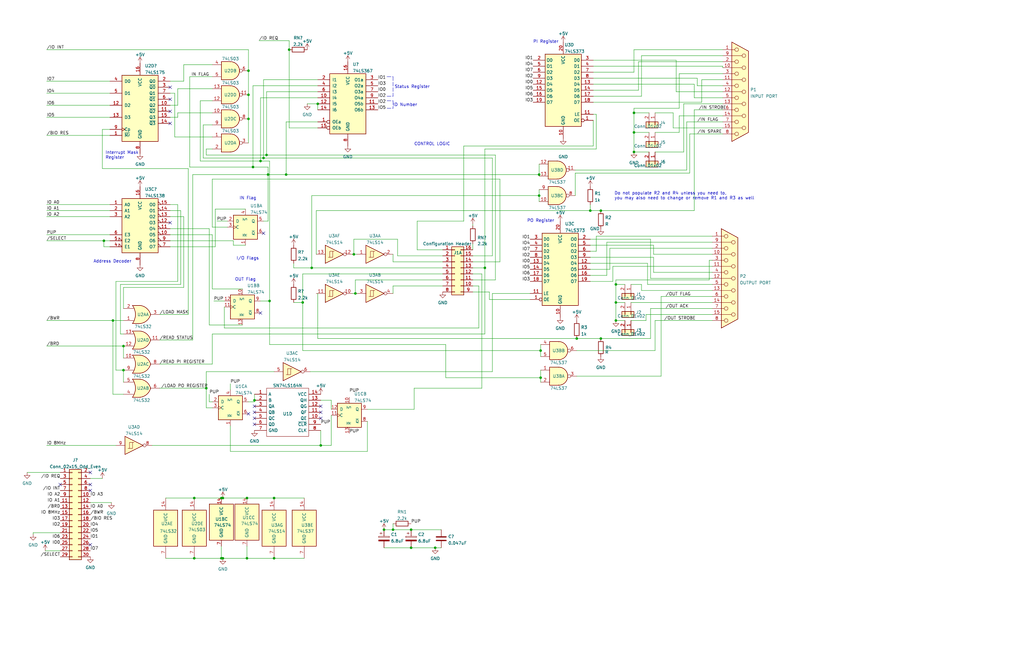
<source format=kicad_sch>
(kicad_sch (version 20211123) (generator eeschema)
  (paper "B")
  (junction (at 104.775 29.845))
  (junction (at 165.735 223.52))
  (junction (at 81.915 235.585))
  (junction (at 115.57 210.185))
  (junction (at 183.515 231.14))
  (junction (at 131.445 113.03))
  (junction (at 104.14 210.185))
  (junction (at 52.07 146.05))
  (junction (at 259.715 127.635))
  (junction (at 133.985 43.815))
  (junction (at 112.395 65.405))
  (junction (at 267.335 47.625))
  (junction (at 173.355 231.14))
  (junction (at 267.335 64.135))
  (junction (at 106.68 70.485))
  (junction (at 121.92 20.955))
  (junction (at 93.345 210.185))
  (junction (at 93.98 235.585))
  (junction (at 127.635 127.635))
  (junction (at 259.715 135.255))
  (junction (at 81.915 210.185))
  (junction (at 104.14 235.585))
  (junction (at 267.335 55.88))
  (junction (at 248.92 88.9))
  (junction (at 111.125 66.675))
  (junction (at 113.03 73.66))
  (junction (at 120.65 73.66))
  (junction (at 227.33 82.55))
  (junction (at 104.775 40.005))
  (junction (at 253.365 142.875))
  (junction (at 113.665 127))
  (junction (at 43.815 101.6))
  (junction (at 149.225 107.315))
  (junction (at 204.47 113.03))
  (junction (at 109.855 67.945))
  (junction (at 173.355 223.52))
  (junction (at 161.925 223.52))
  (junction (at 104.775 50.165))
  (junction (at 243.205 142.875))
  (junction (at 227.965 159.385))
  (junction (at 227.965 147.955))
  (junction (at 135.255 187.96))
  (junction (at 47.625 135.255))
  (junction (at 107.315 168.91))
  (junction (at 259.715 120.015))
  (junction (at 227.33 73.66))
  (junction (at 115.57 235.585))
  (junction (at 253.365 88.9))
  (junction (at 52.07 156.21))
  (junction (at 93.345 235.585))
  (junction (at 149.86 123.825))
  (junction (at 93.98 210.185))
  (junction (at 86.995 163.83))
  (no_connect (at 38.1 204.47))
  (no_connect (at 38.1 207.01))
  (no_connect (at 38.1 199.39))
  (no_connect (at 104.775 174.625))
  (no_connect (at 111.125 98.425))
  (no_connect (at 71.755 93.98))
  (no_connect (at 25.4 204.47))
  (no_connect (at 38.1 229.87))
  (no_connect (at 107.315 173.99))
  (no_connect (at 107.315 171.45))
  (no_connect (at 107.315 176.53))
  (no_connect (at 135.255 171.45))
  (no_connect (at 135.255 173.99))
  (no_connect (at 135.255 176.53))
  (no_connect (at 107.315 179.07))
  (no_connect (at 109.855 132.08))
  (no_connect (at 71.755 52.07))
  (no_connect (at 71.755 41.91))
  (no_connect (at 71.755 46.99))
  (no_connect (at 71.755 36.83))
  (wire (pts (xy 273.05 120.015) (xy 273.05 111.125)))
  (wire (pts (xy 102.235 137.16) (xy 88.265 137.16)))
  (wire (pts (xy 292.735 41.275) (xy 304.8 41.275)))
  (wire (pts (xy 290.83 56.515) (xy 304.8 56.515)))
  (wire (pts (xy 107.315 168.91) (xy 107.315 166.37)))
  (wire (pts (xy 106.68 36.195) (xy 133.985 36.195)))
  (wire (pts (xy 104.775 50.165) (xy 104.775 40.005)))
  (wire (pts (xy 89.535 52.705) (xy 85.725 52.705)))
  (wire (pts (xy 19.685 101.6) (xy 43.815 101.6)))
  (wire (pts (xy 300.355 117.475) (xy 274.32 117.475)))
  (wire (pts (xy 109.855 67.945) (xy 113.665 67.945)))
  (wire (pts (xy 259.715 135.255) (xy 259.715 127.635)))
  (wire (pts (xy 148.59 123.825) (xy 149.86 123.825)))
  (wire (pts (xy 69.85 210.185) (xy 81.915 210.185)))
  (wire (pts (xy 113.03 73.66) (xy 113.03 93.345)))
  (wire (pts (xy 104.775 40.005) (xy 104.775 29.845)))
  (wire (pts (xy 91.44 93.345) (xy 95.885 93.345)))
  (wire (pts (xy 208.915 65.405) (xy 208.915 118.11)))
  (wire (pts (xy 186.69 120.65) (xy 165.735 120.65)))
  (wire (pts (xy 43.18 71.12) (xy 43.18 54.61)))
  (wire (pts (xy 79.375 71.12) (xy 43.18 71.12)))
  (wire (pts (xy 84.455 42.545) (xy 84.455 67.945)))
  (wire (pts (xy 133.35 88.9) (xy 248.92 88.9)))
  (wire (pts (xy 187.96 145.415) (xy 187.96 159.385)))
  (wire (pts (xy 267.335 45.72) (xy 267.335 47.625)))
  (wire (pts (xy 270.51 120.015) (xy 266.065 120.015)))
  (wire (pts (xy 186.69 110.49) (xy 165.735 110.49)))
  (wire (pts (xy 275.59 114.935) (xy 275.59 108.585)))
  (wire (pts (xy 93.345 235.585) (xy 93.98 235.585)))
  (wire (pts (xy 50.8 140.97) (xy 52.07 140.97)))
  (wire (pts (xy 267.335 30.48) (xy 267.335 20.955)))
  (wire (pts (xy 161.925 223.52) (xy 165.735 223.52)))
  (polyline (pts (xy 163.195 32.385) (xy 165.735 32.385)))
  (wire (pts (xy 89.535 95.885) (xy 95.885 95.885)))
  (wire (pts (xy 258.445 112.395) (xy 258.445 118.745)))
  (wire (pts (xy 285.115 38.735) (xy 304.8 38.735)))
  (wire (pts (xy 278.765 158.75) (xy 278.765 125.095)))
  (wire (pts (xy 104.775 169.545) (xy 107.315 169.545)))
  (wire (pts (xy 300.355 112.395) (xy 258.445 112.395)))
  (wire (pts (xy 133.985 142.875) (xy 243.205 142.875)))
  (wire (pts (xy 111.125 66.675) (xy 85.725 66.675)))
  (polyline (pts (xy 165.735 32.385) (xy 165.735 40.64)))
  (wire (pts (xy 283.845 47.625) (xy 283.845 53.975)))
  (wire (pts (xy 149.86 123.825) (xy 150.495 123.825)))
  (wire (pts (xy 81.915 210.185) (xy 93.345 210.185)))
  (wire (pts (xy 71.755 44.45) (xy 74.93 44.45)))
  (wire (pts (xy 199.39 110.49) (xy 210.82 110.49)))
  (wire (pts (xy 257.175 113.665) (xy 248.92 113.665)))
  (wire (pts (xy 227.33 80.01) (xy 227.33 82.55)))
  (wire (pts (xy 295.91 43.18) (xy 295.91 33.655)))
  (wire (pts (xy 250.19 50.8) (xy 250.19 61.595)))
  (wire (pts (xy 86.995 156.845) (xy 86.995 163.83)))
  (wire (pts (xy 19.685 91.44) (xy 46.355 91.44)))
  (wire (pts (xy 267.335 55.88) (xy 267.335 64.135)))
  (wire (pts (xy 89.535 62.865) (xy 86.995 62.865)))
  (wire (pts (xy 85.725 66.675) (xy 85.725 52.705)))
  (wire (pts (xy 79.375 132.715) (xy 79.375 71.12)))
  (wire (pts (xy 149.86 118.11) (xy 149.86 123.825)))
  (wire (pts (xy 52.07 130.175) (xy 52.07 121.285)))
  (wire (pts (xy 174.625 172.72) (xy 154.94 172.72)))
  (wire (pts (xy 131.445 82.55) (xy 131.445 113.03)))
  (wire (pts (xy 80.01 32.385) (xy 80.01 70.485)))
  (wire (pts (xy 111.125 66.675) (xy 207.645 66.675)))
  (wire (pts (xy 276.225 47.625) (xy 283.845 47.625)))
  (wire (pts (xy 102.235 121.92) (xy 89.535 121.92)))
  (wire (pts (xy 77.47 27.305) (xy 89.535 27.305)))
  (wire (pts (xy 74.93 86.36) (xy 71.755 86.36)))
  (wire (pts (xy 154.94 177.8) (xy 154.94 190.5)))
  (wire (pts (xy 104.775 29.845) (xy 104.775 20.955)))
  (wire (pts (xy 43.18 201.93) (xy 38.1 201.93)))
  (wire (pts (xy 167.64 100.965) (xy 149.225 100.965)))
  (wire (pts (xy 135.255 187.96) (xy 139.7 187.96)))
  (wire (pts (xy 207.645 156.845) (xy 207.645 123.825)))
  (wire (pts (xy 43.815 101.6) (xy 43.815 104.14)))
  (wire (pts (xy 175.895 105.41) (xy 186.69 105.41)))
  (wire (pts (xy 90.17 127) (xy 94.615 127)))
  (wire (pts (xy 19.685 88.9) (xy 46.355 88.9)))
  (wire (pts (xy 93.98 235.585) (xy 104.14 235.585)))
  (wire (pts (xy 273.05 111.125) (xy 248.92 111.125)))
  (wire (pts (xy 251.46 106.045) (xy 248.92 106.045)))
  (wire (pts (xy 74.93 37.465) (xy 89.535 37.465)))
  (wire (pts (xy 272.415 132.715) (xy 272.415 135.255)))
  (wire (pts (xy 127.635 127.635) (xy 123.825 127.635)))
  (wire (pts (xy 154.94 190.5) (xy 97.155 190.5)))
  (wire (pts (xy 165.735 223.52) (xy 173.355 223.52)))
  (wire (pts (xy 76.2 120.015) (xy 76.2 88.9)))
  (wire (pts (xy 89.535 99.06) (xy 89.535 121.92)))
  (wire (pts (xy 86.995 163.83) (xy 86.995 172.085)))
  (wire (pts (xy 259.715 118.11) (xy 259.715 120.015)))
  (wire (pts (xy 64.135 187.96) (xy 135.255 187.96)))
  (wire (pts (xy 267.335 64.135) (xy 273.685 64.135)))
  (wire (pts (xy 251.46 48.26) (xy 251.46 62.865)))
  (wire (pts (xy 139.7 168.91) (xy 139.7 172.72)))
  (wire (pts (xy 270.51 122.555) (xy 270.51 120.015)))
  (wire (pts (xy 173.355 231.14) (xy 183.515 231.14)))
  (wire (pts (xy 204.47 140.97) (xy 89.535 140.97)))
  (wire (pts (xy 275.59 107.315) (xy 275.59 103.505)))
  (wire (pts (xy 300.355 109.855) (xy 299.085 109.855)))
  (wire (pts (xy 113.665 127) (xy 113.665 145.415)))
  (wire (pts (xy 186.69 115.57) (xy 127.635 115.57)))
  (polyline (pts (xy 163.195 42.545) (xy 165.735 42.545)))
  (wire (pts (xy 113.03 73.66) (xy 120.65 73.66)))
  (wire (pts (xy 267.335 47.625) (xy 267.335 55.88)))
  (wire (pts (xy 43.18 54.61) (xy 46.355 54.61)))
  (wire (pts (xy 208.915 118.11) (xy 199.39 118.11)))
  (wire (pts (xy 77.47 91.44) (xy 71.755 91.44)))
  (wire (pts (xy 103.505 103.505) (xy 98.425 103.505)))
  (wire (pts (xy 74.93 47.625) (xy 89.535 47.625)))
  (wire (pts (xy 133.985 123.825) (xy 133.985 142.875)))
  (wire (pts (xy 274.32 142.875) (xy 274.32 130.175)))
  (wire (pts (xy 250.19 27.94) (xy 304.8 27.94)))
  (wire (pts (xy 251.46 99.695) (xy 300.355 99.695)))
  (wire (pts (xy 207.645 66.675) (xy 207.645 107.95)))
  (wire (pts (xy 115.57 210.185) (xy 128.27 210.185)))
  (wire (pts (xy 86.995 65.405) (xy 112.395 65.405)))
  (wire (pts (xy 104.14 230.505) (xy 104.14 235.585)))
  (wire (pts (xy 203.2 115.57) (xy 203.2 163.83)))
  (wire (pts (xy 204.47 62.865) (xy 204.47 113.03)))
  (wire (pts (xy 115.57 156.845) (xy 86.995 156.845)))
  (wire (pts (xy 286.385 48.895) (xy 304.8 48.895)))
  (wire (pts (xy 300.355 114.935) (xy 275.59 114.935)))
  (wire (pts (xy 121.92 20.955) (xy 121.92 53.975)))
  (wire (pts (xy 109.22 17.145) (xy 121.92 17.145)))
  (wire (pts (xy 257.175 104.775) (xy 257.175 113.665)))
  (wire (pts (xy 127.635 147.955) (xy 227.965 147.955)))
  (wire (pts (xy 89.535 42.545) (xy 84.455 42.545)))
  (wire (pts (xy 300.355 122.555) (xy 270.51 122.555)))
  (wire (pts (xy 186.69 113.03) (xy 131.445 113.03)))
  (wire (pts (xy 19.685 34.29) (xy 46.355 34.29)))
  (wire (pts (xy 250.19 40.64) (xy 270.51 40.64)))
  (wire (pts (xy 104.14 235.585) (xy 115.57 235.585)))
  (wire (pts (xy 286.385 45.72) (xy 267.335 45.72)))
  (polyline (pts (xy 165.735 42.545) (xy 165.735 45.72)))
  (wire (pts (xy 71.755 104.14) (xy 90.805 104.14)))
  (wire (pts (xy 251.46 99.695) (xy 251.46 106.045)))
  (wire (pts (xy 19.685 86.36) (xy 46.355 86.36)))
  (wire (pts (xy 47.625 166.37) (xy 52.07 166.37)))
  (wire (pts (xy 113.665 67.945) (xy 113.665 127)))
  (wire (pts (xy 165.735 120.65) (xy 165.735 123.825)))
  (wire (pts (xy 250.19 48.26) (xy 251.46 48.26)))
  (wire (pts (xy 300.355 120.015) (xy 273.05 120.015)))
  (wire (pts (xy 109.855 41.275) (xy 109.855 67.945)))
  (wire (pts (xy 285.115 25.4) (xy 285.115 38.735)))
  (wire (pts (xy 19.685 187.96) (xy 48.895 187.96)))
  (wire (pts (xy 243.205 158.75) (xy 278.765 158.75)))
  (wire (pts (xy 269.24 26.035) (xy 304.8 26.035)))
  (wire (pts (xy 270.51 40.64) (xy 270.51 23.495)))
  (wire (pts (xy 94.615 129.54) (xy 94.615 138.43)))
  (wire (pts (xy 98.425 101.6) (xy 98.425 103.505)))
  (wire (pts (xy 69.85 235.585) (xy 81.915 235.585)))
  (wire (pts (xy 206.375 123.19) (xy 206.375 126.365)))
  (wire (pts (xy 210.82 75.565) (xy 89.535 75.565)))
  (wire (pts (xy 106.68 70.485) (xy 106.68 36.195)))
  (wire (pts (xy 50.8 120.015) (xy 76.2 120.015)))
  (wire (pts (xy 167.64 107.95) (xy 167.64 100.965)))
  (wire (pts (xy 67.31 132.715) (xy 79.375 132.715)))
  (wire (pts (xy 207.645 123.825) (xy 223.52 123.825)))
  (wire (pts (xy 71.755 96.52) (xy 88.265 96.52)))
  (wire (pts (xy 274.32 130.175) (xy 300.355 130.175)))
  (wire (pts (xy 199.39 113.03) (xy 204.47 113.03)))
  (wire (pts (xy 74.93 118.745) (xy 74.93 86.36)))
  (wire (pts (xy 129.54 43.815) (xy 133.985 43.815)))
  (wire (pts (xy 149.225 100.965) (xy 149.225 107.315)))
  (wire (pts (xy 199.39 94.615) (xy 199.39 95.25)))
  (wire (pts (xy 52.07 146.05) (xy 52.07 151.13)))
  (wire (pts (xy 133.985 43.815) (xy 133.985 46.355)))
  (wire (pts (xy 88.265 169.545) (xy 89.535 169.545)))
  (wire (pts (xy 93.345 210.185) (xy 93.98 210.185)))
  (wire (pts (xy 275.59 103.505) (xy 248.92 103.505)))
  (wire (pts (xy 195.58 61.595) (xy 195.58 93.345)))
  (wire (pts (xy 289.56 71.755) (xy 289.56 51.435)))
  (wire (pts (xy 131.445 82.55) (xy 227.33 82.55)))
  (wire (pts (xy 71.755 49.53) (xy 74.93 49.53)))
  (wire (pts (xy 299.085 118.11) (xy 259.715 118.11)))
  (wire (pts (xy 242.57 71.755) (xy 289.56 71.755)))
  (wire (pts (xy 276.225 64.135) (xy 288.29 64.135)))
  (wire (pts (xy 13.97 224.79) (xy 13.97 225.425)))
  (wire (pts (xy 109.855 127) (xy 113.665 127)))
  (wire (pts (xy 127.635 127.635) (xy 127.635 147.955)))
  (wire (pts (xy 286.385 55.88) (xy 286.385 48.895)))
  (wire (pts (xy 275.59 108.585) (xy 248.92 108.585)))
  (wire (pts (xy 19.685 39.37) (xy 46.355 39.37)))
  (wire (pts (xy 274.32 117.475) (xy 274.32 100.965)))
  (wire (pts (xy 52.07 156.21) (xy 52.07 161.29)))
  (wire (pts (xy 248.92 88.9) (xy 248.92 86.36)))
  (wire (pts (xy 266.065 127.635) (xy 300.355 127.635)))
  (wire (pts (xy 38.1 212.09) (xy 46.99 212.09)))
  (wire (pts (xy 207.645 107.95) (xy 199.39 107.95)))
  (wire (pts (xy 243.205 142.875) (xy 253.365 142.875)))
  (wire (pts (xy 67.31 163.83) (xy 86.995 163.83)))
  (wire (pts (xy 120.65 51.435) (xy 133.985 51.435)))
  (wire (pts (xy 88.265 137.16) (xy 88.265 96.52)))
  (wire (pts (xy 283.845 53.975) (xy 304.8 53.975)))
  (wire (pts (xy 112.395 38.735) (xy 133.985 38.735)))
  (wire (pts (xy 43.815 104.14) (xy 46.355 104.14)))
  (wire (pts (xy 47.625 135.255) (xy 52.07 135.255)))
  (wire (pts (xy 253.365 142.875) (xy 274.32 142.875)))
  (wire (pts (xy 113.03 93.345) (xy 111.125 93.345)))
  (wire (pts (xy 201.93 120.65) (xy 199.39 120.65)))
  (wire (pts (xy 43.815 101.6) (xy 46.355 101.6)))
  (wire (pts (xy 276.225 135.255) (xy 300.355 135.255)))
  (wire (pts (xy 187.96 159.385) (xy 227.965 159.385)))
  (wire (pts (xy 259.715 127.635) (xy 263.525 127.635)))
  (wire (pts (xy 104.775 60.325) (xy 104.775 50.165)))
  (wire (pts (xy 300.355 132.715) (xy 272.415 132.715)))
  (wire (pts (xy 165.735 220.98) (xy 165.735 223.52)))
  (wire (pts (xy 73.66 57.785) (xy 89.535 57.785)))
  (wire (pts (xy 48.895 118.745) (xy 74.93 118.745)))
  (wire (pts (xy 227.33 73.66) (xy 227.33 74.295)))
  (wire (pts (xy 94.615 138.43) (xy 201.93 138.43)))
  (wire (pts (xy 89.535 75.565) (xy 89.535 95.885)))
  (wire (pts (xy 269.24 38.1) (xy 269.24 26.035)))
  (wire (pts (xy 73.66 39.37) (xy 73.66 57.785)))
  (wire (pts (xy 139.7 175.26) (xy 139.7 187.96)))
  (wire (pts (xy 248.92 88.9) (xy 253.365 88.9)))
  (wire (pts (xy 93.345 230.505) (xy 93.345 235.585)))
  (wire (pts (xy 93.98 210.185) (xy 104.14 210.185)))
  (wire (pts (xy 19.685 135.255) (xy 47.625 135.255)))
  (wire (pts (xy 88.265 166.37) (xy 88.265 169.545)))
  (wire (pts (xy 19.05 232.41) (xy 25.4 232.41)))
  (wire (pts (xy 133.35 88.9) (xy 133.35 107.315)))
  (wire (pts (xy 195.58 93.345) (xy 175.895 93.345)))
  (wire (pts (xy 290.83 73.025) (xy 290.83 56.515)))
  (wire (pts (xy 288.29 43.815) (xy 304.8 43.815)))
  (wire (pts (xy 259.715 120.015) (xy 263.525 120.015)))
  (wire (pts (xy 255.905 116.205) (xy 248.92 116.205)))
  (wire (pts (xy 90.805 104.14) (xy 90.805 88.265)))
  (wire (pts (xy 199.39 115.57) (xy 203.2 115.57)))
  (wire (pts (xy 263.525 135.255) (xy 259.715 135.255)))
  (wire (pts (xy 89.535 32.385) (xy 80.01 32.385)))
  (wire (pts (xy 81.28 73.66) (xy 113.03 73.66)))
  (wire (pts (xy 299.085 109.855) (xy 299.085 118.11)))
  (wire (pts (xy 204.47 113.03) (xy 204.47 140.97)))
  (wire (pts (xy 71.755 39.37) (xy 73.66 39.37)))
  (wire (pts (xy 227.965 145.415) (xy 227.965 147.955)))
  (wire (pts (xy 19.685 20.955) (xy 104.775 20.955)))
  (wire (pts (xy 175.895 93.345) (xy 175.895 105.41)))
  (wire (pts (xy 267.335 55.88) (xy 273.685 55.88)))
  (wire (pts (xy 77.47 121.285) (xy 77.47 91.44)))
  (wire (pts (xy 206.375 126.365) (xy 223.52 126.365)))
  (wire (pts (xy 149.225 107.315) (xy 150.495 107.315)))
  (wire (pts (xy 250.19 25.4) (xy 285.115 25.4)))
  (wire (pts (xy 227.33 82.55) (xy 227.33 85.09)))
  (wire (pts (xy 289.56 51.435) (xy 304.8 51.435)))
  (wire (pts (xy 274.32 100.965) (xy 248.92 100.965)))
  (polyline (pts (xy 163.195 45.72) (xy 165.735 45.72)))
  (wire (pts (xy 183.515 231.14) (xy 186.055 231.14)))
  (wire (pts (xy 86.995 62.865) (xy 86.995 65.405)))
  (wire (pts (xy 113.665 145.415) (xy 187.96 145.415)))
  (wire (pts (xy 210.82 110.49) (xy 210.82 75.565)))
  (wire (pts (xy 127.635 115.57) (xy 127.635 127.635)))
  (wire (pts (xy 186.69 107.95) (xy 167.64 107.95)))
  (wire (pts (xy 300.355 104.775) (xy 257.175 104.775)))
  (wire (pts (xy 48.895 118.745) (xy 48.895 156.21)))
  (wire (pts (xy 11.43 199.39) (xy 25.4 199.39)))
  (wire (pts (xy 174.625 172.72) (xy 174.625 163.83)))
  (wire (pts (xy 250.19 38.1) (xy 269.24 38.1)))
  (wire (pts (xy 227.965 159.385) (xy 227.965 161.29)))
  (wire (pts (xy 258.445 118.745) (xy 248.92 118.745)))
  (wire (pts (xy 47.625 135.255) (xy 47.625 166.37)))
  (wire (pts (xy 123.825 113.03) (xy 123.825 111.125)))
  (wire (pts (xy 86.995 172.085) (xy 89.535 172.085)))
  (wire (pts (xy 77.47 34.29) (xy 77.47 27.305)))
  (wire (pts (xy 112.395 38.735) (xy 112.395 65.405)))
  (wire (pts (xy 243.205 147.955) (xy 276.225 147.955)))
  (wire (pts (xy 80.01 70.485) (xy 106.68 70.485)))
  (wire (pts (xy 292.735 46.355) (xy 292.735 88.9)))
  (wire (pts (xy 84.455 67.945) (xy 109.855 67.945)))
  (wire (pts (xy 201.93 138.43) (xy 201.93 120.65)))
  (wire (pts (xy 294.005 33.02) (xy 294.005 36.195)))
  (wire (pts (xy 76.2 88.9) (xy 71.755 88.9)))
  (wire (pts (xy 120.65 51.435) (xy 120.65 73.66)))
  (wire (pts (xy 295.91 33.655) (xy 304.8 33.655)))
  (wire (pts (xy 300.355 107.315) (xy 275.59 107.315)))
  (wire (pts (xy 292.735 35.56) (xy 292.735 41.275)))
  (wire (pts (xy 90.805 88.265) (xy 103.505 88.265)))
  (wire (pts (xy 131.445 113.03) (xy 123.825 113.03)))
  (wire (pts (xy 81.28 143.51) (xy 81.28 73.66)))
  (wire (pts (xy 89.535 153.67) (xy 67.31 153.67)))
  (wire (pts (xy 292.735 88.9) (xy 253.365 88.9)))
  (wire (pts (xy 109.855 41.275) (xy 133.985 41.275)))
  (wire (pts (xy 121.92 17.145) (xy 121.92 20.955)))
  (wire (pts (xy 97.155 161.925) (xy 97.155 164.465)))
  (wire (pts (xy 227.965 156.21) (xy 227.965 159.385)))
  (wire (pts (xy 165.735 110.49) (xy 165.735 107.315)))
  (wire (pts (xy 74.93 49.53) (xy 74.93 47.625)))
  (wire (pts (xy 294.005 36.195) (xy 304.8 36.195)))
  (wire (pts (xy 186.69 118.11) (xy 149.86 118.11)))
  (wire (pts (xy 251.46 62.865) (xy 204.47 62.865)))
  (wire (pts (xy 115.57 235.585) (xy 128.27 235.585)))
  (wire (pts (xy 19.685 99.06) (xy 46.355 99.06)))
  (wire (pts (xy 173.355 223.52) (xy 186.055 223.52)))
  (wire (pts (xy 255.905 102.235) (xy 255.905 116.205)))
  (wire (pts (xy 250.19 30.48) (xy 267.335 30.48)))
  (wire (pts (xy 242.57 73.025) (xy 290.83 73.025)))
  (wire (pts (xy 199.39 123.19) (xy 206.375 123.19)))
  (wire (pts (xy 267.335 20.955) (xy 304.8 20.955)))
  (wire (pts (xy 259.715 120.015) (xy 259.715 127.635)))
  (wire (pts (xy 89.535 140.97) (xy 89.535 153.67)))
  (wire (pts (xy 227.33 69.215) (xy 227.33 73.66)))
  (wire (pts (xy 272.415 135.255) (xy 266.065 135.255)))
  (wire (pts (xy 121.92 53.975) (xy 133.985 53.975)))
  (wire (pts (xy 304.8 46.355) (xy 292.735 46.355)))
  (wire (pts (xy 111.125 33.655) (xy 133.985 33.655)))
  (wire (pts (xy 242.57 82.55) (xy 242.57 73.025)))
  (wire (pts (xy 120.65 73.66) (xy 227.33 73.66)))
  (wire (pts (xy 71.755 34.29) (xy 77.47 34.29)))
  (wire (pts (xy 19.685 49.53) (xy 46.355 49.53)))
  (wire (pts (xy 278.765 125.095) (xy 300.355 125.095)))
  (wire (pts (xy 199.39 102.87) (xy 199.39 105.41)))
  (wire (pts (xy 286.385 31.115) (xy 286.385 45.72)))
  (wire (pts (xy 250.19 43.18) (xy 295.91 43.18)))
  (polyline (pts (xy 163.195 40.64) (xy 165.735 40.64)))
  (wire (pts (xy 111.125 33.655) (xy 111.125 66.675)))
  (wire (pts (xy 113.03 73.66) (xy 113.03 70.485)))
  (wire (pts (xy 104.14 210.185) (xy 115.57 210.185)))
  (wire (pts (xy 161.925 231.14) (xy 173.355 231.14)))
  (wire (pts (xy 48.895 156.21) (xy 52.07 156.21)))
  (wire (pts (xy 19.685 146.05) (xy 52.07 146.05)))
  (wire (pts (xy 227.965 147.955) (xy 227.965 150.495)))
  (wire (pts (xy 304.8 27.94) (xy 304.8 28.575)))
  (wire (pts (xy 25.4 224.79) (xy 13.97 224.79)))
  (wire (pts (xy 250.19 61.595) (xy 195.58 61.595)))
  (wire (pts (xy 52.07 121.285) (xy 77.47 121.285)))
  (wire (pts (xy 19.685 44.45) (xy 46.355 44.45)))
  (wire (pts (xy 71.755 101.6) (xy 98.425 101.6)))
  (wire (pts (xy 130.81 156.845) (xy 207.645 156.845)))
  (wire (pts (xy 71.755 99.06) (xy 89.535 99.06)))
  (wire (pts (xy 19.685 57.15) (xy 46.355 57.15)))
  (wire (pts (xy 276.225 147.955) (xy 276.225 135.255)))
  (wire (pts (xy 250.19 35.56) (xy 292.735 35.56)))
  (wire (pts (xy 270.51 23.495) (xy 304.8 23.495)))
  (wire (pts (xy 74.93 44.45) (xy 74.93 37.465)))
  (wire (pts (xy 286.385 31.115) (xy 304.8 31.115)))
  (wire (pts (xy 174.625 163.83) (xy 203.2 163.83)))
  (wire (pts (xy 67.31 143.51) (xy 81.28 143.51)))
  (wire (pts (xy 81.915 235.585) (xy 93.345 235.585)))
  (wire (pts (xy 148.59 107.315) (xy 149.225 107.315)))
  (wire (pts (xy 106.68 70.485) (xy 113.03 70.485)))
  (wire (pts (xy 276.225 55.88) (xy 286.385 55.88)))
  (wire (pts (xy 107.315 169.545) (xy 107.315 168.91)))
  (wire (pts (xy 273.685 47.625) (xy 267.335 47.625)))
  (wire (pts (xy 135.255 181.61) (xy 135.255 187.96)))
  (wire (pts (xy 112.395 65.405) (xy 208.915 65.405)))
  (wire (pts (xy 97.155 190.5) (xy 97.155 179.705)))
  (wire (pts (xy 50.8 120.015) (xy 50.8 140.97)))
  (wire (pts (xy 288.29 64.135) (xy 288.29 43.815)))
  (wire (pts (xy 135.255 168.91) (xy 139.7 168.91)))
  (wire (pts (xy 250.19 33.02) (xy 294.005 33.02)))
  (wire (pts (xy 300.355 102.235) (xy 255.905 102.235)))
  (text "Do not populate R2 and R4 unless you need to, \nyou may also need to change or remove R1 and R3 as well" (at 259.08 84.455 0) (effects (font (size 1.27 1.27)) (justify left bottom)))
  (text "I/O Flags" (at 99.695 109.855 0) (effects (font (size 1.27 1.27)) (justify left bottom)))
  (text "Interrupt Mask\nRegister" (at 44.45 67.31 0) (effects (font (size 1.27 1.27)) (justify left bottom)))
  (text "PI Register" (at 224.79 18.415 0) (effects (font (size 1.27 1.27)) (justify left bottom)))
  (text "Status Register" (at 166.37 37.465 0) (effects (font (size 1.27 1.27)) (justify left bottom)))
  (text "OUT Flag" (at 99.06 118.745 0) (effects (font (size 1.27 1.27)) (justify left bottom)))
  (text "CONTROL LOGIC" (at 174.625 61.595 0) (effects (font (size 1.27 1.27)) (justify left bottom)))
  (text "IN Flag" (at 100.965 84.455 0) (effects (font (size 1.27 1.27)) (justify left bottom)))
  (text "ID Number" (at 165.735 45.085 0) (effects (font (size 1.27 1.27)) (justify left bottom)))
  (text "Address Decoder" (at 39.37 111.125 0) (effects (font (size 1.27 1.27)) (justify left bottom)))
  (text "PO Register" (at 222.25 93.98 0) (effects (font (size 1.27 1.27)) (justify left bottom)))
  (label "PUP" (at 173.355 220.98 0))
  (label "PUP" (at 147.32 182.88 0))
  (label "IO6" (at 224.79 40.64 180))
  (label "{slash}LOAD MASK" (at 67.31 132.715 0))
  (label "PUP" (at 147.32 165.735 0))
  (label "IO7" (at 223.52 106.045 180))
  (label "{slash}ID REQ" (at 25.4 201.93 180))
  (label "IO7" (at 38.1 232.41 0))
  (label "IO7" (at 19.685 34.29 0))
  (label "{slash}IN SPARE" (at 294.005 56.515 0))
  (label "IO A1" (at 19.685 88.9 0))
  (label "PUP" (at 91.44 93.345 0))
  (label "IO7" (at 224.79 30.48 180))
  (label "{slash}IN FLAG" (at 294.005 51.435 0))
  (label "IN FLAG" (at 80.645 32.385 0))
  (label "IO1" (at 224.79 25.4 180))
  (label "{slash}IN STROBE" (at 294.64 46.355 0))
  (label "{slash}IO INT" (at 25.4 207.01 180))
  (label "IO5" (at 224.79 38.1 180))
  (label "IO 8MHz" (at 19.685 187.96 0))
  (label "IO A0" (at 19.685 86.36 0))
  (label "IO5" (at 19.685 49.53 0))
  (label "IO3" (at 159.385 36.195 0))
  (label "{slash}SELECT" (at 19.685 101.6 0))
  (label "IO4" (at 38.1 222.25 0))
  (label "{slash}OUT ACK" (at 280.67 130.175 0))
  (label "{slash}READ PI REGISTER" (at 67.31 153.67 0))
  (label "IO 8MHz" (at 25.4 217.17 180))
  (label "IO A0" (at 38.1 214.63 0))
  (label "PUP" (at 135.255 179.07 0))
  (label "{slash}OUT FLAG" (at 280.67 125.095 0))
  (label "IO4" (at 19.685 39.37 0))
  (label "IO3" (at 25.4 219.71 180))
  (label "IO4" (at 224.79 27.94 180))
  (label "IO5" (at 159.385 46.355 0))
  (label "IO0" (at 159.385 38.735 0))
  (label "IO6" (at 223.52 116.205 180))
  (label "IO0" (at 224.79 35.56 180))
  (label "{slash}READ STATUS" (at 67.31 143.51 0))
  (label "IO3" (at 223.52 118.745 180))
  (label "{slash}OUT STROBE" (at 280.035 135.255 0))
  (label "IO1" (at 38.1 227.33 0))
  (label "{slash}ID REQ" (at 109.22 17.145 0))
  (label "PUP" (at 97.155 161.925 0))
  (label "{slash}BWR" (at 38.1 217.17 0))
  (label "IO5" (at 38.1 224.79 0))
  (label "IO4" (at 223.52 103.505 180))
  (label "{slash}BWR" (at 19.685 135.255 0))
  (label "{slash}LOAD PO REGISTER" (at 67.945 163.83 0))
  (label "{slash}BIO RES" (at 38.1 219.71 0))
  (label "IO2" (at 159.385 41.275 0))
  (label "{slash}BRD" (at 25.4 214.63 180))
  (label "IO A2" (at 19.685 91.44 0))
  (label "{slash}BRD" (at 19.685 146.05 0))
  (label "{slash}SELECT" (at 25.4 234.95 180))
  (label "IO1" (at 223.52 100.965 180))
  (label "IO A2" (at 25.4 209.55 180))
  (label "PUP" (at 88.265 166.37 0))
  (label "IO1" (at 159.385 33.655 0))
  (label "IO3" (at 224.79 43.18 180))
  (label "IO6" (at 19.685 44.45 0))
  (label "{slash}BIO RES" (at 19.685 57.15 0))
  (label "IO0" (at 223.52 111.125 180))
  (label "PUP" (at 90.17 127 0))
  (label "IO6" (at 25.4 227.33 180))
  (label "IO0" (at 25.4 229.87 180))
  (label "PUP" (at 19.685 99.06 0))
  (label "IO2" (at 25.4 222.25 180))
  (label "IO2" (at 223.52 108.585 180))
  (label "IO A3" (at 38.1 209.55 0))
  (label "IO5" (at 223.52 113.665 180))
  (label "{slash}IO INT" (at 19.685 20.955 0))
  (label "IO A1" (at 25.4 212.09 180))
  (label "IO2" (at 159.385 43.815 0))
  (label "IO2" (at 224.79 33.02 180))
  (symbol (lib_id "74xx:74LS32") (at 59.69 153.67 0) (mirror x) (unit 3)
    (property "Reference" "U2A" (at 60.325 153.67 0))
    (property "Value" "74LS32" (at 59.69 158.75 0))
    (property "Datasheet" "http://www.ti.com/lit/gpn/sn74LS32" (effects hide))
  )
  (symbol (lib_id "Device:R") (at 169.545 220.98 90) (unit 1)
    (property "Reference" "RN1" (at 169.545 215.9975 90))
    (property "Value" "2.2k" (at 169.545 218.7726 90))
    (property "Footprint" "Resistor_THT:R_Axial_DIN0207_L6.3mm_D2.5mm_P15.24mm_Horizontal" (effects hide))
  )
  (symbol (lib_id "74xx:74LS14") (at 140.97 107.315 0) (unit 6)
    (property "Reference" "U3A" (at 140.97 99.5385 0))
    (property "Value" "74LS14" (at 140.97 102.3136 0))
    (property "Datasheet" "http://www.ti.com/lit/gpn/sn74LS14" (effects hide))
  )
  (symbol (lib_id "74xx:74LS74") (at 97.155 172.085 0) (unit 1)
    (property "Reference" "U1C" (at 99.1744 163.0385 0) (effects (justify left)))
    (property "Value" "74LS74" (at 99.1744 165.8136 0) (effects (justify left)))
    (property "Datasheet" "74xx/74hc_hct74.pdf" (effects hide))
  )
  (symbol (lib_id "74xx:74LS74") (at 147.32 175.26 0) (unit 2)
    (property "Reference" "U1C" (at 149.3394 166.2135 0) (effects (justify left)))
    (property "Value" "74LS74" (at 149.3394 168.9886 0) (effects (justify left)))
    (property "Datasheet" "74xx/74hc_hct74.pdf" (effects hide))
  )
  (symbol (lib_id "74xx:74LS32") (at 59.69 143.51 0) (mirror x) (unit 4)
    (property "Reference" "U2A" (at 60.325 143.51 0))
    (property "Value" "74LS32" (at 59.69 148.59 0))
    (property "Datasheet" "http://www.ti.com/lit/gpn/sn74LS32" (effects hide))
  )
  (symbol (lib_id "power:+5V") (at 161.925 223.52 0) (unit 1)
    (property "Reference" "#PWR?" (effects hide))
    (property "Value" "+5V" (at 161.925 219.9155 0))
  )
  (symbol (lib_id "Device:R") (at 248.92 82.55 0) (unit 1)
    (property "Reference" "R1" (at 250.698 81.6415 0) (effects (justify left)))
    (property "Value" "1k" (at 250.698 84.4166 0) (effects (justify left)))
  )
  (symbol (lib_id "74xx:74LS03") (at 97.155 40.005 0) (mirror x) (unit 4)
    (property "Reference" "U2D" (at 97.155 40.005 0))
    (property "Value" "74LS03" (at 97.155 35.0036 0))
    (property "Footprint" "Package_DIP:DIP-14_W7.62mm" (effects hide))
    (property "Datasheet" "http://www.ti.com/lit/gpn/sn74LS03" (effects hide))
  )
  (symbol (lib_id "power:GND") (at 237.49 58.42 0) (unit 1)
    (property "Reference" "#PWR?" (effects hide))
    (property "Value" "GND" (at 237.49 66.1575 0))
  )
  (symbol (lib_id "Connector_Generic:Conn_01x02") (at 266.065 132.715 270) (unit 1)
    (property "Reference" "J2" (at 268.097 131.8065 90) (effects (justify left)))
    (property "Value" "Conn_01x02" (at 260.35 133.35 90) (effects (justify left)))
  )
  (symbol (lib_id "power:+5V") (at 243.205 135.255 0) (unit 1)
    (property "Reference" "#PWR?" (effects hide))
    (property "Value" "+5V" (at 243.205 131.6505 0))
  )
  (symbol (lib_id "power:+5V") (at 199.39 94.615 0) (unit 1)
    (property "Reference" "#PWR?" (effects hide))
    (property "Value" "+5V" (at 199.39 91.0105 0))
  )
  (symbol (lib_id "Connector:DB15_Female") (at 312.42 38.735 0) (unit 1)
    (property "Reference" "P1" (at 316.357 37.8265 0) (effects (justify left)))
    (property "Value" "INPUT PORT" (at 316.357 40.6016 0) (effects (justify left)))
    (property "Datasheet" " ~" (effects hide))
  )
  (symbol (lib_id "power:+5V") (at 237.49 17.78 0) (unit 1)
    (property "Reference" "#PWR?" (effects hide))
    (property "Value" "+5V" (at 237.49 14.1755 0))
  )
  (symbol (lib_id "power:+5V") (at 236.22 93.345 0) (unit 1)
    (property "Reference" "#PWR?" (effects hide))
    (property "Value" "+5V" (at 236.22 89.7405 0))
  )
  (symbol (lib_id "74xx:74LS74") (at 103.505 95.885 0) (unit 1)
    (property "Reference" "U1B" (at 105.5244 86.8385 0) (effects (justify left)))
    (property "Value" "74LS74" (at 105.5244 89.6136 0) (effects (justify left)))
    (property "Datasheet" "74xx/74hc_hct74.pdf" (effects hide))
  )
  (symbol (lib_id "74xx:74LS373") (at 236.22 113.665 0) (unit 1)
    (property "Reference" "U3C" (at 238.2394 94.4585 0) (effects (justify left)))
    (property "Value" "74LS373" (at 238.2394 97.2336 0) (effects (justify left)))
    (property "Datasheet" "http://www.ti.com/lit/gpn/sn74LS373" (effects hide))
  )
  (symbol (lib_id "power:+5V") (at 93.98 210.185 0) (unit 1)
    (property "Reference" "#PWR?" (effects hide))
    (property "Value" "+5V" (at 93.98 206.5805 0))
  )
  (symbol (lib_id "Connector_Generic:Conn_01x02") (at 266.065 125.095 270) (unit 1)
    (property "Reference" "J1" (at 268.097 124.1865 90) (effects (justify left)))
    (property "Value" "Conn_01x02" (at 260.35 125.73 90) (effects (justify left)))
  )
  (symbol (lib_id "power:GND") (at 253.365 96.52 0) (unit 1)
    (property "Reference" "#PWR?" (effects hide))
    (property "Value" "GND" (at 250.825 96.52 0))
  )
  (symbol (lib_id "power:+5V") (at 59.055 78.74 0) (unit 1)
    (property "Reference" "#PWR?" (effects hide))
    (property "Value" "+5V" (at 59.055 75.1355 0))
  )
  (symbol (lib_id "74xx:74LS373") (at 237.49 38.1 0) (mirror y) (unit 1)
    (property "Reference" "U3D" (at 238.0106 18.8935 0) (effects (justify right)))
    (property "Value" "74LS373" (at 238.0106 21.6686 0) (effects (justify right)))
    (property "Datasheet" "http://www.ti.com/lit/gpn/sn74LS373" (effects hide))
  )
  (symbol (lib_id "Device:C_Polarized") (at 173.355 227.33 0) (unit 1)
    (property "Reference" "C2" (at 176.276 225.5325 0) (effects (justify left)))
    (property "Value" "6.8uF" (at 176.276 228.3076 0) (effects (justify left)))
    (property "Footprint" "Capacitor_THT:CP_Radial_D5.0mm_P2.50mm" (effects hide))
  )
  (symbol (lib_id "power:GND") (at 13.97 225.425 0) (unit 1)
    (property "Reference" "#PWR?" (effects hide))
    (property "Value" "GND" (at 13.97 229.9875 0))
  )
  (symbol (lib_id "74xx:74LS367") (at 146.685 43.815 0) (unit 1)
    (property "Reference" "U?" (at 148.7044 27.1485 0) (effects (justify left)))
    (property "Value" "74LS367" (at 148.7044 29.9236 0) (effects (justify left)))
    (property "Datasheet" "http://www.ti.com/lit/gpn/sn74LS367" (effects hide))
  )
  (symbol (lib_id "mouser:SN74LS164N") (at 107.315 166.37 0) (unit 1)
    (property "Reference" "U1D" (at 121.285 174.625 0))
    (property "Value" "SN74LS164N" (at 121.285 162.6894 0))
    (property "Footprint" "DIP794W53P254L1930H508Q14N" (effects hide))
    (property "Description" "SN74LS164N - 8-Bit Parallel-out, erial shift registers, PDIP-14" (effects hide))
    (property "Height" "5.08" (effects hide))
    (property "Mouser Part Number" "595-SN74LS164N" (effects hide))
    (property "Mouser Price/Stock" "https://www.mouser.co.uk/ProductDetail/Texas-Instruments/SN74LS164N?qs=spW5eSrOWB4KbXBVmPSWoA%3D%3D" (effects hide))
    (property "Manufacturer_Name" "Texas Instruments" (effects hide))
    (property "Manufacturer_Part_Number" "SN74LS164N" (effects hide))
  )
  (symbol (lib_id "74xx:74LS37") (at 234.95 82.55 0) (unit 3)
    (property "Reference" "U3B" (at 234.95 82.55 0))
    (property "Value" "74LS37" (at 234.95 87.63 0))
    (property "Datasheet" "http://www.ti.com/lit/gpn/sn74ls37" (effects hide))
  )
  (symbol (lib_id "power:+5V") (at 135.255 166.37 0) (unit 1)
    (property "Reference" "#PWR?" (effects hide))
    (property "Value" "+5V" (at 135.255 162.7655 0))
  )
  (symbol (lib_id "power:GND") (at 107.315 181.61 0) (unit 1)
    (property "Reference" "#PWR?" (effects hide))
    (property "Value" "GND" (at 107.315 186.1725 0))
  )
  (symbol (lib_id "power:GND") (at 259.715 135.255 0) (unit 1)
    (property "Reference" "#PWR?" (effects hide))
    (property "Value" "GND" (at 259.715 139.8175 0))
  )
  (symbol (lib_id "74xx:74LS32") (at 69.85 222.885 0) (unit 5)
    (property "Reference" "U2A" (at 67.945 220.98 0) (effects (justify left)))
    (property "Value" "74LS32" (at 67.31 224.155 0) (effects (justify left)))
    (property "Datasheet" "http://www.ti.com/lit/gpn/sn74LS32" (effects hide))
  )
  (symbol (lib_id "power:+5V") (at 123.825 103.505 0) (unit 1)
    (property "Reference" "#PWR?" (effects hide))
    (property "Value" "+5V" (at 123.825 99.9005 0))
  )
  (symbol (lib_id "74xx:74LS74") (at 93.345 220.345 0) (unit 3)
    (property "Reference" "U1B" (at 90.805 219.075 0) (effects (justify left)))
    (property "Value" "74LS74" (at 90.17 221.615 0) (effects (justify left)))
    (property "Datasheet" "74xx/74hc_hct74.pdf" (effects hide))
  )
  (symbol (lib_id "power:+5V") (at 59.055 26.67 0) (unit 1)
    (property "Reference" "#PWR?" (effects hide))
    (property "Value" "+5V" (at 59.055 23.0655 0))
  )
  (symbol (lib_id "74xx:74LS14") (at 158.115 123.825 0) (unit 2)
    (property "Reference" "U3A" (at 158.115 116.0485 0))
    (property "Value" "74LS14" (at 158.115 118.8236 0))
    (property "Datasheet" "http://www.ti.com/lit/gpn/sn74LS14" (effects hide))
  )
  (symbol (lib_id "Device:R") (at 125.73 20.955 90) (unit 1)
    (property "Reference" "RN?" (at 125.73 15.9725 90))
    (property "Value" "2.2k" (at 125.73 18.7476 90))
    (property "Footprint" "Resistor_THT:R_Axial_DIN0207_L6.3mm_D2.5mm_P15.24mm_Horizontal" (effects hide))
  )
  (symbol (lib_id "Connector_Generic:Conn_01x02") (at 276.225 52.705 270) (unit 1)
    (property "Reference" "J4" (at 278.257 51.7965 90) (effects (justify left)))
    (property "Value" "Conn_01x02" (at 267.335 53.34 90) (effects (justify left)))
  )
  (symbol (lib_id "power:+5V") (at 129.54 20.955 0) (unit 1)
    (property "Reference" "#PWR?" (effects hide))
    (property "Value" "+5V" (at 129.54 17.3505 0))
  )
  (symbol (lib_id "Device:C") (at 186.055 227.33 0) (unit 1)
    (property "Reference" "C?" (at 188.976 226.4215 0) (effects (justify left)))
    (property "Value" "0.047uF" (at 188.976 229.1966 0) (effects (justify left)))
    (property "Footprint" "Capacitor_THT:C_Disc_D7.5mm_W2.5mm_P5.00mm" (effects hide))
  )
  (symbol (lib_id "Device:R") (at 123.825 107.315 0) (unit 1)
    (property "Reference" "R?" (at 125.603 106.4065 0) (effects (justify left)))
    (property "Value" "2.2k" (at 125.603 109.1816 0) (effects (justify left)))
  )
  (symbol (lib_id "power:+5V") (at 248.92 78.74 0) (unit 1)
    (property "Reference" "#PWR?" (effects hide))
    (property "Value" "+5V" (at 248.92 75.1355 0))
  )
  (symbol (lib_id "Connector_Generic:Conn_01x02") (at 266.065 140.335 270) (unit 1)
    (property "Reference" "J3" (at 268.097 139.4265 90) (effects (justify left)))
    (property "Value" "Conn_01x02" (at 260.35 140.97 90) (effects (justify left)))
  )
  (symbol (lib_id "power:GND") (at 11.43 199.39 0) (unit 1)
    (property "Reference" "#PWR?" (effects hide))
    (property "Value" "GND" (at 11.43 203.9525 0))
  )
  (symbol (lib_id "Connector_Generic:Conn_02x15_Odd_Even") (at 30.48 217.17 0) (unit 1)
    (property "Reference" "J?" (at 31.75 194.1535 0))
    (property "Value" "Conn_02x15_Odd_Even" (at 31.75 196.9286 0))
    (property "Footprint" "Evan's misc parts:northstar edge connector" (effects hide))
  )
  (symbol (lib_id "74xx:74LS14") (at 56.515 187.96 0) (unit 4)
    (property "Reference" "U3A" (at 56.515 180.1835 0))
    (property "Value" "74LS14" (at 56.515 182.9586 0))
    (property "Datasheet" "http://www.ti.com/lit/gpn/sn74LS14" (effects hide))
  )
  (symbol (lib_id "Device:R") (at 253.365 92.71 0) (unit 1)
    (property "Reference" "R2" (at 255.143 91.8015 0) (effects (justify left)))
    (property "Value" "R" (at 255.143 94.5766 0) (effects (justify left)))
  )
  (symbol (lib_id "Device:R") (at 199.39 99.06 180) (unit 1)
    (property "Reference" "RN?" (at 201.295 100.33 0) (effects (justify right)))
    (property "Value" "2.2k" (at 201.295 102.87 0) (effects (justify right)))
    (property "Footprint" "Resistor_THT:R_Axial_DIN0207_L6.3mm_D2.5mm_P15.24mm_Horizontal" (effects hide))
  )
  (symbol (lib_id "74xx:74LS32") (at 59.69 163.83 0) (mirror x) (unit 2)
    (property "Reference" "U2A" (at 60.325 163.83 0))
    (property "Value" "74LS32" (at 59.69 168.91 0))
    (property "Datasheet" "http://www.ti.com/lit/gpn/sn74LS32" (effects hide))
  )
  (symbol (lib_id "power:GND") (at 59.055 64.77 0) (unit 1)
    (property "Reference" "#PWR?" (effects hide))
    (property "Value" "GND" (at 59.055 69.3325 0))
  )
  (symbol (lib_id "Connector_Generic:Conn_02x08_Counter_Clockwise") (at 191.77 113.03 0) (unit 1)
    (property "Reference" "J1A" (at 193.04 106.68 0))
    (property "Value" "Configuration Header" (at 188.595 102.87 0))
    (property "Footprint" "Package_DIP:DIP-16_W7.62mm" (effects hide))
  )
  (symbol (lib_id "74xx:74LS138") (at 59.055 93.98 0) (unit 1)
    (property "Reference" "U3C?" (at 61.0744 79.8535 0) (effects (justify left)))
    (property "Value" "74LS138" (at 61.0744 82.6286 0) (effects (justify left)))
    (property "Footprint" "Package_DIP:DIP-16_W7.62mm" (effects hide))
    (property "Datasheet" "http://www.ti.com/lit/gpn/sn74LS138" (effects hide))
  )
  (symbol (lib_id "74xx:74LS175") (at 59.055 44.45 0) (unit 1)
    (property "Reference" "U2D?" (at 61.0744 27.7835 0) (effects (justify left)))
    (property "Value" "74LS175" (at 61.0744 30.5586 0) (effects (justify left)))
    (property "Footprint" "Package_DIP:DIP-16_W7.62mm" (effects hide))
    (property "Datasheet" "http://www.ti.com/lit/gpn/sn74LS175" (effects hide))
  )
  (symbol (lib_id "power:GND") (at 93.98 235.585 0) (unit 1)
    (property "Reference" "#PWR?" (effects hide))
    (property "Value" "GND" (at 93.98 240.1475 0))
  )
  (symbol (lib_id "74xx:74LS74") (at 102.235 129.54 0) (unit 2)
    (property "Reference" "U1B" (at 104.2544 120.4935 0) (effects (justify left)))
    (property "Value" "74LS74" (at 104.2544 123.2686 0) (effects (justify left)))
    (property "Datasheet" "74xx/74hc_hct74.pdf" (effects hide))
  )
  (symbol (lib_id "power:+5V") (at 123.825 120.015 0) (unit 1)
    (property "Reference" "#PWR?" (effects hide))
    (property "Value" "+5V" (at 123.825 116.4105 0))
  )
  (symbol (lib_id "74xx:74LS14") (at 158.115 107.315 0) (unit 1)
    (property "Reference" "U3A" (at 158.115 99.5385 0))
    (property "Value" "74LS14" (at 158.115 102.3136 0))
    (property "Datasheet" "http://www.ti.com/lit/gpn/sn74LS14" (effects hide))
  )
  (symbol (lib_id "74xx:74LS37") (at 128.27 222.885 0) (unit 5)
    (property "Reference" "U3B" (at 127 221.615 0) (effects (justify left)))
    (property "Value" "74LS37" (at 125.095 224.155 0) (effects (justify left)))
    (property "Datasheet" "http://www.ti.com/lit/gpn/sn74ls37" (effects hide))
  )
  (symbol (lib_id "Device:R") (at 253.365 146.685 0) (unit 1)
    (property "Reference" "R4" (at 255.27 146.685 0) (effects (justify left)))
    (property "Value" "R" (at 255.143 148.5516 0) (effects (justify left)))
  )
  (symbol (lib_id "power:GND") (at 129.54 43.815 0) (unit 1)
    (property "Reference" "#PWR?" (effects hide))
    (property "Value" "GND" (at 129.54 48.3775 0))
  )
  (symbol (lib_id "Connector:DB15_Female") (at 307.975 117.475 0) (unit 1)
    (property "Reference" "P2" (at 311.912 116.5665 0) (effects (justify left)))
    (property "Value" "OUTPUT PORT" (at 311.912 119.3416 0) (effects (justify left)))
    (property "Datasheet" " ~" (effects hide))
  )
  (symbol (lib_id "Connector_Generic:Conn_01x02") (at 276.225 60.96 270) (unit 1)
    (property "Reference" "J5" (at 278.257 60.0515 90) (effects (justify left)))
    (property "Value" "Conn_01x02" (at 267.335 61.595 90) (effects (justify left)))
  )
  (symbol (lib_id "74xx:74LS14") (at 140.97 123.825 0) (unit 5)
    (property "Reference" "U3A" (at 140.97 116.0485 0))
    (property "Value" "74LS14" (at 140.97 118.8236 0))
    (property "Datasheet" "http://www.ti.com/lit/gpn/sn74LS14" (effects hide))
  )
  (symbol (lib_id "74xx:74LS14") (at 115.57 222.885 0) (unit 7)
    (property "Reference" "U3A" (at 114.3 221.615 0) (effects (justify left)))
    (property "Value" "74LS14" (at 113.03 224.155 0) (effects (justify left)))
    (property "Datasheet" "http://www.ti.com/lit/gpn/sn74LS14" (effects hide))
  )
  (symbol (lib_id "power:GND") (at 46.99 212.09 0) (unit 1)
    (property "Reference" "#PWR?" (effects hide))
    (property "Value" "GND" (at 46.99 216.6525 0))
  )
  (symbol (lib_id "74xx:74LS37") (at 235.585 158.75 0) (unit 1)
    (property "Reference" "U3B" (at 235.585 158.75 0))
    (property "Value" "74LS37" (at 235.585 163.83 0))
    (property "Datasheet" "http://www.ti.com/lit/gpn/sn74ls37" (effects hide))
  )
  (symbol (lib_id "74xx:74LS03") (at 97.155 60.325 0) (unit 1)
    (property "Reference" "U2D" (at 97.155 60.325 0))
    (property "Value" "74LS03" (at 97.155 55.245 0))
    (property "Footprint" "Package_DIP:DIP-14_W7.62mm" (effects hide))
    (property "Datasheet" "http://www.ti.com/lit/gpn/sn74LS03" (effects hide))
  )
  (symbol (lib_id "74xx:74LS03") (at 97.155 50.165 0) (mirror x) (unit 3)
    (property "Reference" "U2D" (at 97.155 50.165 0))
    (property "Value" "74LS03" (at 97.155 45.085 0))
    (property "Footprint" "Package_DIP:DIP-14_W7.62mm" (effects hide))
    (property "Datasheet" "http://www.ti.com/lit/gpn/sn74LS03" (effects hide))
  )
  (symbol (lib_id "Device:C_Polarized") (at 161.925 227.33 0) (unit 1)
    (property "Reference" "C1" (at 164.846 225.5325 0) (effects (justify left)))
    (property "Value" "6.8uF" (at 164.846 228.3076 0) (effects (justify left)))
    (property "Footprint" "Capacitor_THT:CP_Radial_D5.0mm_P2.50mm" (effects hide))
  )
  (symbol (lib_id "power:GND") (at 267.335 64.135 0) (unit 1)
    (property "Reference" "#PWR?" (effects hide))
    (property "Value" "GND" (at 267.335 68.6975 0))
  )
  (symbol (lib_id "74xx:74LS37") (at 235.585 147.955 0) (unit 2)
    (property "Reference" "U3B" (at 235.585 147.955 0))
    (property "Value" "74LS37" (at 235.585 153.035 0))
    (property "Datasheet" "http://www.ti.com/lit/gpn/sn74ls37" (effects hide))
  )
  (symbol (lib_id "74xx:74LS14") (at 123.19 156.845 0) (unit 3)
    (property "Reference" "U3A" (at 123.19 149.0685 0))
    (property "Value" "74LS14" (at 123.19 151.8436 0))
    (property "Datasheet" "http://www.ti.com/lit/gpn/sn74LS14" (effects hide))
  )
  (symbol (lib_id "power:GND") (at 186.69 123.19 0) (unit 1)
    (property "Reference" "#PWR?" (effects hide))
    (property "Value" "GND" (at 186.69 127.7525 0))
  )
  (symbol (lib_id "74xx:74LS03") (at 81.915 222.885 0) (unit 5)
    (property "Reference" "U2D" (at 80.645 220.98 0) (effects (justify left)))
    (property "Value" "74LS03" (at 79.375 223.52 0) (effects (justify left)))
    (property "Footprint" "Package_DIP:DIP-14_W7.62mm" (effects hide))
    (property "Datasheet" "http://www.ti.com/lit/gpn/sn74LS03" (effects hide))
  )
  (symbol (lib_id "power:GND") (at 38.1 234.95 0) (unit 1)
    (property "Reference" "#PWR?" (effects hide))
    (property "Value" "GND" (at 38.1 239.5125 0))
  )
  (symbol (lib_id "74xx:74LS37") (at 234.95 71.755 0) (unit 4)
    (property "Reference" "U3B" (at 234.95 71.755 0))
    (property "Value" "74LS37" (at 234.95 76.835 0))
    (property "Datasheet" "http://www.ti.com/lit/gpn/sn74ls37" (effects hide))
  )
  (symbol (lib_id "power:GND") (at 59.055 111.76 0) (unit 1)
    (property "Reference" "#PWR?" (effects hide))
    (property "Value" "GND" (at 59.055 116.3225 0))
  )
  (symbol (lib_id "power:GND") (at 236.22 133.985 0) (unit 1)
    (property "Reference" "#PWR?" (effects hide))
    (property "Value" "GND" (at 236.22 138.5475 0))
  )
  (symbol (lib_id "74xx:74LS32") (at 59.69 132.715 0) (mirror x) (unit 1)
    (property "Reference" "U2A" (at 60.325 132.715 0))
    (property "Value" "74LS32" (at 60.325 137.795 0))
    (property "Datasheet" "http://www.ti.com/lit/gpn/sn74LS32" (effects hide))
  )
  (symbol (lib_id "power:+5V") (at 43.18 201.93 0) (unit 1)
    (property "Reference" "#PWR?" (effects hide))
    (property "Value" "+5V" (at 43.18 198.3255 0))
  )
  (symbol (lib_id "Device:R") (at 243.205 139.065 0) (unit 1)
    (property "Reference" "R3" (at 244.983 138.1565 0) (effects (justify left)))
    (property "Value" "1k" (at 244.983 140.9316 0) (effects (justify left)))
  )
  (symbol (lib_id "power:GND") (at 183.515 231.14 0) (unit 1)
    (property "Reference" "#PWR?" (effects hide))
    (property "Value" "GND" (at 183.515 235.7025 0))
  )
  (symbol (lib_id "power:GND") (at 253.365 150.495 0) (unit 1)
    (property "Reference" "#PWR?" (effects hide))
    (property "Value" "GND" (at 253.365 155.0575 0))
  )
  (symbol (lib_id "Device:R") (at 123.825 123.825 0) (unit 1)
    (property "Reference" "R?" (at 125.603 122.9165 0) (effects (justify left)))
    (property "Value" "2.2k" (at 125.603 125.6916 0) (effects (justify left)))
  )
  (symbol (lib_id "Connector_Generic:Conn_01x02") (at 276.225 69.215 270) (unit 1)
    (property "Reference" "J6" (at 278.257 68.3065 90) (effects (justify left)))
    (property "Value" "Conn_01x02" (at 267.335 69.85 90) (effects (justify left)))
  )
  (symbol (lib_id "74xx:74LS03") (at 97.155 29.845 0) (unit 2)
    (property "Reference" "U2D" (at 97.155 29.845 0))
    (property "Value" "74LS03" (at 97.155 24.765 0))
    (property "Footprint" "Package_DIP:DIP-14_W7.62mm" (effects hide))
    (property "Datasheet" "http://www.ti.com/lit/gpn/sn74LS03" (effects hide))
  )
  (symbol (lib_id "power:+5V") (at 146.685 26.035 0) (unit 1)
    (property "Reference" "#PWR?" (effects hide))
    (property "Value" "+5V" (at 146.685 22.4305 0))
  )
  (symbol (lib_id "74xx:74LS74") (at 104.14 220.345 0) (unit 3)
    (property "Reference" "U1C" (at 102.235 218.44 0) (effects (justify left)))
    (property "Value" "74LS74" (at 101.6 220.98 0) (effects (justify left)))
    (property "Datasheet" "74xx/74hc_hct74.pdf" (effects hide))
  )
  (symbol (lib_id "power:GND") (at 146.685 61.595 0) (unit 1)
    (property "Reference" "#PWR?" (effects hide))
    (property "Value" "GND" (at 146.685 66.1575 0))
  )
  (symbol (lib_id "power:+5V") (at 19.05 232.41 0) (unit 1)
    (property "Reference" "#PWR?" (effects hide))
    (property "Value" "+5V" (at 19.05 228.8055 0))
  )
)
</source>
